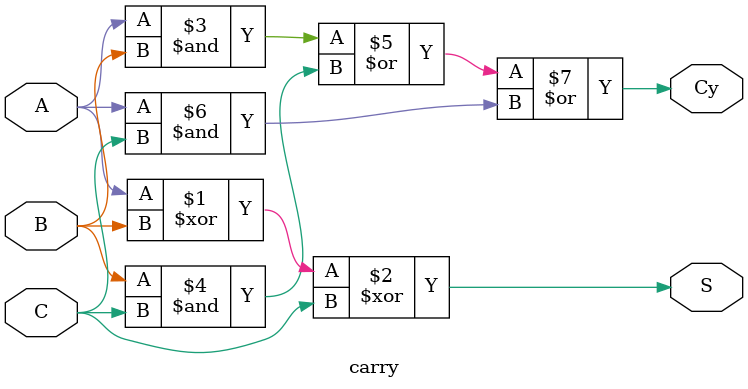
<source format=v>
module carry(S, Cy, A, B, C);
    input A, B, C;
    output S, Cy;
    assign S = A ^ B ^ C;
    assign Cy = (A & B) | (B & C) | (A & C);
endmodule




/*
primitive sum(S, A, B, C);
    input A, B, C;
    output S;
    table
        0   0   0   :   0;
        0   0   1   :   1;
        0   1   0   :   1;
        0   1   1   :   0;
        1   0   0   :   1;
        1   0   1   :   0;
        1   1   0   :   0;
        1   1   1   :   1;
    endtable
endprimitive

primitive carry(Cy, A, B, C);
    input A, B, C;
    output Cy;
    table
        1   1   ?   :   1;
        1   ?   1   :   1;
        ?   1   1   :   1;
        0   0   ?   :   0;
        ?   0   0   :   0;
        0   ?   0   :   0;
    endtable
endprimitive
*/

</source>
